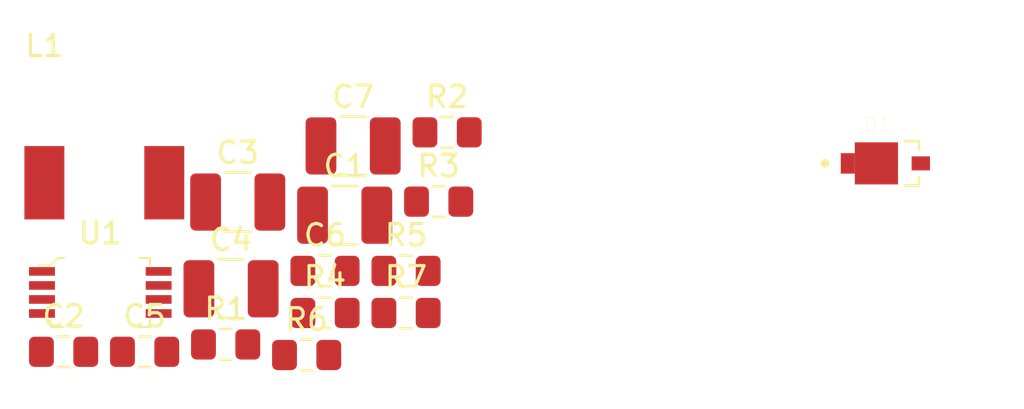
<source format=kicad_pcb>
(kicad_pcb (version 20171130) (host pcbnew "(5.0.2)-1")

  (general
    (thickness 1.6)
    (drawings 0)
    (tracks 0)
    (zones 0)
    (modules 17)
    (nets 11)
  )

  (page A4)
  (layers
    (0 F.Cu signal)
    (31 B.Cu signal)
    (32 B.Adhes user)
    (33 F.Adhes user)
    (34 B.Paste user)
    (35 F.Paste user)
    (36 B.SilkS user)
    (37 F.SilkS user)
    (38 B.Mask user)
    (39 F.Mask user)
    (40 Dwgs.User user)
    (41 Cmts.User user)
    (42 Eco1.User user)
    (43 Eco2.User user)
    (44 Edge.Cuts user)
    (45 Margin user)
    (46 B.CrtYd user)
    (47 F.CrtYd user)
    (48 B.Fab user)
    (49 F.Fab user)
  )

  (setup
    (last_trace_width 0.25)
    (trace_clearance 0.2)
    (zone_clearance 0.508)
    (zone_45_only no)
    (trace_min 0.2)
    (segment_width 0.2)
    (edge_width 0.15)
    (via_size 0.8)
    (via_drill 0.4)
    (via_min_size 0.4)
    (via_min_drill 0.3)
    (uvia_size 0.3)
    (uvia_drill 0.1)
    (uvias_allowed no)
    (uvia_min_size 0.2)
    (uvia_min_drill 0.1)
    (pcb_text_width 0.3)
    (pcb_text_size 1.5 1.5)
    (mod_edge_width 0.15)
    (mod_text_size 1 1)
    (mod_text_width 0.15)
    (pad_size 1.524 1.524)
    (pad_drill 0.762)
    (pad_to_mask_clearance 0.051)
    (solder_mask_min_width 0.25)
    (aux_axis_origin 0 0)
    (visible_elements 7FFFFFFF)
    (pcbplotparams
      (layerselection 0x010fc_ffffffff)
      (usegerberextensions false)
      (usegerberattributes false)
      (usegerberadvancedattributes false)
      (creategerberjobfile false)
      (excludeedgelayer true)
      (linewidth 0.100000)
      (plotframeref false)
      (viasonmask false)
      (mode 1)
      (useauxorigin false)
      (hpglpennumber 1)
      (hpglpenspeed 20)
      (hpglpendiameter 15.000000)
      (psnegative false)
      (psa4output false)
      (plotreference true)
      (plotvalue true)
      (plotinvisibletext false)
      (padsonsilk false)
      (subtractmaskfromsilk false)
      (outputformat 1)
      (mirror false)
      (drillshape 1)
      (scaleselection 1)
      (outputdirectory ""))
  )

  (net 0 "")
  (net 1 "Net-(C1-Pad2)")
  (net 2 GND)
  (net 3 "Net-(C2-Pad1)")
  (net 4 "Net-(C2-Pad2)")
  (net 5 "Net-(C3-Pad1)")
  (net 6 "Net-(C5-Pad1)")
  (net 7 "Net-(C6-Pad1)")
  (net 8 "Net-(L1-Pad2)")
  (net 9 "Net-(R1-Pad1)")
  (net 10 "Net-(R7-Pad1)")

  (net_class Default "This is the default net class."
    (clearance 0.2)
    (trace_width 0.25)
    (via_dia 0.8)
    (via_drill 0.4)
    (uvia_dia 0.3)
    (uvia_drill 0.1)
    (add_net GND)
    (add_net "Net-(C1-Pad2)")
    (add_net "Net-(C2-Pad1)")
    (add_net "Net-(C2-Pad2)")
    (add_net "Net-(C3-Pad1)")
    (add_net "Net-(C5-Pad1)")
    (add_net "Net-(C6-Pad1)")
    (add_net "Net-(L1-Pad2)")
    (add_net "Net-(R1-Pad1)")
    (add_net "Net-(R7-Pad1)")
  )

  (module SS:TSSOP-8_W4.4mm (layer F.Cu) (tedit 5D28AC77) (tstamp 5E59A2C1)
    (at 51.581001 47.511001)
    (descr http://www.st.com/content/ccc/resource/technical/document/datasheet/0d/30/c2/1a/92/03/48/cb/CD00287506.pdf/files/CD00287506.pdf/jcr:content/translations/en.CD00287506.pdf)
    (path /5E32F24F)
    (attr smd)
    (fp_text reference U1 (at 0 -2.75) (layer F.SilkS)
      (effects (font (size 1 1) (thickness 0.15)))
    )
    (fp_text value SPV1040 (at 0 3) (layer F.Fab)
      (effects (font (size 1 1) (thickness 0.15)))
    )
    (fp_line (start -2.2 1.5) (end 2.2 1.5) (layer F.Fab) (width 0.1))
    (fp_line (start 2.2 -1.5) (end 2.2 1.5) (layer F.Fab) (width 0.1))
    (fp_line (start -2.2 -1.2) (end -1.9 -1.5) (layer F.Fab) (width 0.1))
    (fp_line (start -1.9 -1.5) (end 2.2 -1.5) (layer F.Fab) (width 0.1))
    (fp_line (start -2.2 -1.2) (end -2.2 1.5) (layer F.Fab) (width 0.1))
    (fp_text user %R (at 0 0) (layer F.Fab)
      (effects (font (size 1 1) (thickness 0.15)))
    )
    (fp_line (start -2.35 -1.25) (end -2.85 -1.25) (layer F.SilkS) (width 0.1))
    (fp_line (start -1.95 -1.6) (end -2.35 -1.25) (layer F.SilkS) (width 0.1))
    (fp_line (start -1.65 -1.6) (end -1.95 -1.6) (layer F.SilkS) (width 0.1))
    (fp_line (start 2.3 -1.6) (end 1.8 -1.6) (layer F.SilkS) (width 0.1))
    (fp_line (start 2.3 -1.3) (end 2.3 -1.6) (layer F.SilkS) (width 0.1))
    (fp_line (start 2.3 1.6) (end 1.8 1.6) (layer F.SilkS) (width 0.1))
    (fp_line (start 2.3 1.25) (end 2.3 1.6) (layer F.SilkS) (width 0.1))
    (fp_line (start -2.3 1.6) (end -1.7 1.6) (layer F.SilkS) (width 0.1))
    (fp_line (start -2.3 1.3) (end -2.3 1.6) (layer F.SilkS) (width 0.1))
    (fp_line (start 3.55 1.75) (end -3.55 1.75) (layer F.CrtYd) (width 0.05))
    (fp_line (start -3.55 1.75) (end -3.55 -1.75) (layer F.CrtYd) (width 0.05))
    (fp_line (start -3.55 -1.75) (end 3.55 -1.75) (layer F.CrtYd) (width 0.05))
    (fp_line (start 3.55 1.75) (end 3.55 -1.75) (layer F.CrtYd) (width 0.05))
    (pad 8 smd rect (at 2.7 -0.975) (size 1.2 0.4) (layers F.Cu F.Paste F.Mask)
      (net 10 "Net-(R7-Pad1)"))
    (pad 7 smd rect (at 2.7 -0.325) (size 1.2 0.4) (layers F.Cu F.Paste F.Mask)
      (net 3 "Net-(C2-Pad1)"))
    (pad 6 smd rect (at 2.7 0.325) (size 1.2 0.4) (layers F.Cu F.Paste F.Mask)
      (net 4 "Net-(C2-Pad2)"))
    (pad 5 smd rect (at 2.7 0.975) (size 1.2 0.4) (layers F.Cu F.Paste F.Mask)
      (net 7 "Net-(C6-Pad1)"))
    (pad 4 smd rect (at -2.7 0.975) (size 1.2 0.4) (layers F.Cu F.Paste F.Mask)
      (net 1 "Net-(C1-Pad2)"))
    (pad 3 smd rect (at -2.7 0.325) (size 1.2 0.4) (layers F.Cu F.Paste F.Mask)
      (net 8 "Net-(L1-Pad2)"))
    (pad 1 smd rect (at -2.7 -0.975) (size 1.2 0.4) (layers F.Cu F.Paste F.Mask)
      (net 6 "Net-(C5-Pad1)"))
    (pad 2 smd rect (at -2.7 -0.325) (size 1.2 0.4) (layers F.Cu F.Paste F.Mask)
      (net 2 GND))
  )

  (module Capacitor_SMD:C_1210_3225Metric_Pad1.42x2.65mm_HandSolder (layer F.Cu) (tedit 5B301BBE) (tstamp 5E72E197)
    (at 62.891001 43.931001)
    (descr "Capacitor SMD 1210 (3225 Metric), square (rectangular) end terminal, IPC_7351 nominal with elongated pad for handsoldering. (Body size source: http://www.tortai-tech.com/upload/download/2011102023233369053.pdf), generated with kicad-footprint-generator")
    (tags "capacitor handsolder")
    (path /5E32F38A)
    (attr smd)
    (fp_text reference C1 (at 0 -2.28) (layer F.SilkS)
      (effects (font (size 1 1) (thickness 0.15)))
    )
    (fp_text value 100uF (at 0 2.28) (layer F.Fab)
      (effects (font (size 1 1) (thickness 0.15)))
    )
    (fp_text user %R (at 0 0) (layer F.Fab)
      (effects (font (size 0.8 0.8) (thickness 0.12)))
    )
    (fp_line (start 2.45 1.58) (end -2.45 1.58) (layer F.CrtYd) (width 0.05))
    (fp_line (start 2.45 -1.58) (end 2.45 1.58) (layer F.CrtYd) (width 0.05))
    (fp_line (start -2.45 -1.58) (end 2.45 -1.58) (layer F.CrtYd) (width 0.05))
    (fp_line (start -2.45 1.58) (end -2.45 -1.58) (layer F.CrtYd) (width 0.05))
    (fp_line (start -0.602064 1.36) (end 0.602064 1.36) (layer F.SilkS) (width 0.12))
    (fp_line (start -0.602064 -1.36) (end 0.602064 -1.36) (layer F.SilkS) (width 0.12))
    (fp_line (start 1.6 1.25) (end -1.6 1.25) (layer F.Fab) (width 0.1))
    (fp_line (start 1.6 -1.25) (end 1.6 1.25) (layer F.Fab) (width 0.1))
    (fp_line (start -1.6 -1.25) (end 1.6 -1.25) (layer F.Fab) (width 0.1))
    (fp_line (start -1.6 1.25) (end -1.6 -1.25) (layer F.Fab) (width 0.1))
    (pad 2 smd roundrect (at 1.4875 0) (size 1.425 2.65) (layers F.Cu F.Paste F.Mask) (roundrect_rratio 0.175439)
      (net 1 "Net-(C1-Pad2)"))
    (pad 1 smd roundrect (at -1.4875 0) (size 1.425 2.65) (layers F.Cu F.Paste F.Mask) (roundrect_rratio 0.175439)
      (net 2 GND))
    (model ${KISYS3DMOD}/Capacitor_SMD.3dshapes/C_1210_3225Metric.wrl
      (at (xyz 0 0 0))
      (scale (xyz 1 1 1))
      (rotate (xyz 0 0 0))
    )
  )

  (module Capacitor_SMD:C_0805_2012Metric_Pad1.15x1.40mm_HandSolder (layer F.Cu) (tedit 5B36C52B) (tstamp 5E72E1A8)
    (at 49.881001 50.261001)
    (descr "Capacitor SMD 0805 (2012 Metric), square (rectangular) end terminal, IPC_7351 nominal with elongated pad for handsoldering. (Body size source: https://docs.google.com/spreadsheets/d/1BsfQQcO9C6DZCsRaXUlFlo91Tg2WpOkGARC1WS5S8t0/edit?usp=sharing), generated with kicad-footprint-generator")
    (tags "capacitor handsolder")
    (path /5E32F7F2)
    (attr smd)
    (fp_text reference C2 (at 0 -1.65) (layer F.SilkS)
      (effects (font (size 1 1) (thickness 0.15)))
    )
    (fp_text value 1uF (at 0 1.65) (layer F.Fab)
      (effects (font (size 1 1) (thickness 0.15)))
    )
    (fp_text user %R (at 0 0) (layer F.Fab)
      (effects (font (size 0.5 0.5) (thickness 0.08)))
    )
    (fp_line (start 1.85 0.95) (end -1.85 0.95) (layer F.CrtYd) (width 0.05))
    (fp_line (start 1.85 -0.95) (end 1.85 0.95) (layer F.CrtYd) (width 0.05))
    (fp_line (start -1.85 -0.95) (end 1.85 -0.95) (layer F.CrtYd) (width 0.05))
    (fp_line (start -1.85 0.95) (end -1.85 -0.95) (layer F.CrtYd) (width 0.05))
    (fp_line (start -0.261252 0.71) (end 0.261252 0.71) (layer F.SilkS) (width 0.12))
    (fp_line (start -0.261252 -0.71) (end 0.261252 -0.71) (layer F.SilkS) (width 0.12))
    (fp_line (start 1 0.6) (end -1 0.6) (layer F.Fab) (width 0.1))
    (fp_line (start 1 -0.6) (end 1 0.6) (layer F.Fab) (width 0.1))
    (fp_line (start -1 -0.6) (end 1 -0.6) (layer F.Fab) (width 0.1))
    (fp_line (start -1 0.6) (end -1 -0.6) (layer F.Fab) (width 0.1))
    (pad 2 smd roundrect (at 1.025 0) (size 1.15 1.4) (layers F.Cu F.Paste F.Mask) (roundrect_rratio 0.217391)
      (net 4 "Net-(C2-Pad2)"))
    (pad 1 smd roundrect (at -1.025 0) (size 1.15 1.4) (layers F.Cu F.Paste F.Mask) (roundrect_rratio 0.217391)
      (net 3 "Net-(C2-Pad1)"))
    (model ${KISYS3DMOD}/Capacitor_SMD.3dshapes/C_0805_2012Metric.wrl
      (at (xyz 0 0 0))
      (scale (xyz 1 1 1))
      (rotate (xyz 0 0 0))
    )
  )

  (module Capacitor_SMD:C_1210_3225Metric_Pad1.42x2.65mm_HandSolder (layer F.Cu) (tedit 5B301BBE) (tstamp 5E72E1B9)
    (at 57.941001 43.321001)
    (descr "Capacitor SMD 1210 (3225 Metric), square (rectangular) end terminal, IPC_7351 nominal with elongated pad for handsoldering. (Body size source: http://www.tortai-tech.com/upload/download/2011102023233369053.pdf), generated with kicad-footprint-generator")
    (tags "capacitor handsolder")
    (path /5E418D1B)
    (attr smd)
    (fp_text reference C3 (at 0 -2.28) (layer F.SilkS)
      (effects (font (size 1 1) (thickness 0.15)))
    )
    (fp_text value 100uF (at 0 2.28) (layer F.Fab)
      (effects (font (size 1 1) (thickness 0.15)))
    )
    (fp_text user %R (at 0 0) (layer F.Fab)
      (effects (font (size 0.8 0.8) (thickness 0.12)))
    )
    (fp_line (start 2.45 1.58) (end -2.45 1.58) (layer F.CrtYd) (width 0.05))
    (fp_line (start 2.45 -1.58) (end 2.45 1.58) (layer F.CrtYd) (width 0.05))
    (fp_line (start -2.45 -1.58) (end 2.45 -1.58) (layer F.CrtYd) (width 0.05))
    (fp_line (start -2.45 1.58) (end -2.45 -1.58) (layer F.CrtYd) (width 0.05))
    (fp_line (start -0.602064 1.36) (end 0.602064 1.36) (layer F.SilkS) (width 0.12))
    (fp_line (start -0.602064 -1.36) (end 0.602064 -1.36) (layer F.SilkS) (width 0.12))
    (fp_line (start 1.6 1.25) (end -1.6 1.25) (layer F.Fab) (width 0.1))
    (fp_line (start 1.6 -1.25) (end 1.6 1.25) (layer F.Fab) (width 0.1))
    (fp_line (start -1.6 -1.25) (end 1.6 -1.25) (layer F.Fab) (width 0.1))
    (fp_line (start -1.6 1.25) (end -1.6 -1.25) (layer F.Fab) (width 0.1))
    (pad 2 smd roundrect (at 1.4875 0) (size 1.425 2.65) (layers F.Cu F.Paste F.Mask) (roundrect_rratio 0.175439)
      (net 2 GND))
    (pad 1 smd roundrect (at -1.4875 0) (size 1.425 2.65) (layers F.Cu F.Paste F.Mask) (roundrect_rratio 0.175439)
      (net 5 "Net-(C3-Pad1)"))
    (model ${KISYS3DMOD}/Capacitor_SMD.3dshapes/C_1210_3225Metric.wrl
      (at (xyz 0 0 0))
      (scale (xyz 1 1 1))
      (rotate (xyz 0 0 0))
    )
  )

  (module Capacitor_SMD:C_1210_3225Metric_Pad1.42x2.65mm_HandSolder (layer F.Cu) (tedit 5B301BBE) (tstamp 5E72E1CA)
    (at 57.631001 47.341001)
    (descr "Capacitor SMD 1210 (3225 Metric), square (rectangular) end terminal, IPC_7351 nominal with elongated pad for handsoldering. (Body size source: http://www.tortai-tech.com/upload/download/2011102023233369053.pdf), generated with kicad-footprint-generator")
    (tags "capacitor handsolder")
    (path /5E32F641)
    (attr smd)
    (fp_text reference C4 (at 0 -2.28) (layer F.SilkS)
      (effects (font (size 1 1) (thickness 0.15)))
    )
    (fp_text value 100uF (at 0 2.28) (layer F.Fab)
      (effects (font (size 1 1) (thickness 0.15)))
    )
    (fp_text user %R (at 0 0) (layer F.Fab)
      (effects (font (size 0.8 0.8) (thickness 0.12)))
    )
    (fp_line (start 2.45 1.58) (end -2.45 1.58) (layer F.CrtYd) (width 0.05))
    (fp_line (start 2.45 -1.58) (end 2.45 1.58) (layer F.CrtYd) (width 0.05))
    (fp_line (start -2.45 -1.58) (end 2.45 -1.58) (layer F.CrtYd) (width 0.05))
    (fp_line (start -2.45 1.58) (end -2.45 -1.58) (layer F.CrtYd) (width 0.05))
    (fp_line (start -0.602064 1.36) (end 0.602064 1.36) (layer F.SilkS) (width 0.12))
    (fp_line (start -0.602064 -1.36) (end 0.602064 -1.36) (layer F.SilkS) (width 0.12))
    (fp_line (start 1.6 1.25) (end -1.6 1.25) (layer F.Fab) (width 0.1))
    (fp_line (start 1.6 -1.25) (end 1.6 1.25) (layer F.Fab) (width 0.1))
    (fp_line (start -1.6 -1.25) (end 1.6 -1.25) (layer F.Fab) (width 0.1))
    (fp_line (start -1.6 1.25) (end -1.6 -1.25) (layer F.Fab) (width 0.1))
    (pad 2 smd roundrect (at 1.4875 0) (size 1.425 2.65) (layers F.Cu F.Paste F.Mask) (roundrect_rratio 0.175439)
      (net 2 GND))
    (pad 1 smd roundrect (at -1.4875 0) (size 1.425 2.65) (layers F.Cu F.Paste F.Mask) (roundrect_rratio 0.175439)
      (net 5 "Net-(C3-Pad1)"))
    (model ${KISYS3DMOD}/Capacitor_SMD.3dshapes/C_1210_3225Metric.wrl
      (at (xyz 0 0 0))
      (scale (xyz 1 1 1))
      (rotate (xyz 0 0 0))
    )
  )

  (module Capacitor_SMD:C_0805_2012Metric_Pad1.15x1.40mm_HandSolder (layer F.Cu) (tedit 5B36C52B) (tstamp 5E72E1DB)
    (at 53.631001 50.261001)
    (descr "Capacitor SMD 0805 (2012 Metric), square (rectangular) end terminal, IPC_7351 nominal with elongated pad for handsoldering. (Body size source: https://docs.google.com/spreadsheets/d/1BsfQQcO9C6DZCsRaXUlFlo91Tg2WpOkGARC1WS5S8t0/edit?usp=sharing), generated with kicad-footprint-generator")
    (tags "capacitor handsolder")
    (path /5E32F782)
    (attr smd)
    (fp_text reference C5 (at 0 -1.65) (layer F.SilkS)
      (effects (font (size 1 1) (thickness 0.15)))
    )
    (fp_text value 1uF (at 0 1.65) (layer F.Fab)
      (effects (font (size 1 1) (thickness 0.15)))
    )
    (fp_text user %R (at 0 0) (layer F.Fab)
      (effects (font (size 0.5 0.5) (thickness 0.08)))
    )
    (fp_line (start 1.85 0.95) (end -1.85 0.95) (layer F.CrtYd) (width 0.05))
    (fp_line (start 1.85 -0.95) (end 1.85 0.95) (layer F.CrtYd) (width 0.05))
    (fp_line (start -1.85 -0.95) (end 1.85 -0.95) (layer F.CrtYd) (width 0.05))
    (fp_line (start -1.85 0.95) (end -1.85 -0.95) (layer F.CrtYd) (width 0.05))
    (fp_line (start -0.261252 0.71) (end 0.261252 0.71) (layer F.SilkS) (width 0.12))
    (fp_line (start -0.261252 -0.71) (end 0.261252 -0.71) (layer F.SilkS) (width 0.12))
    (fp_line (start 1 0.6) (end -1 0.6) (layer F.Fab) (width 0.1))
    (fp_line (start 1 -0.6) (end 1 0.6) (layer F.Fab) (width 0.1))
    (fp_line (start -1 -0.6) (end 1 -0.6) (layer F.Fab) (width 0.1))
    (fp_line (start -1 0.6) (end -1 -0.6) (layer F.Fab) (width 0.1))
    (pad 2 smd roundrect (at 1.025 0) (size 1.15 1.4) (layers F.Cu F.Paste F.Mask) (roundrect_rratio 0.217391)
      (net 2 GND))
    (pad 1 smd roundrect (at -1.025 0) (size 1.15 1.4) (layers F.Cu F.Paste F.Mask) (roundrect_rratio 0.217391)
      (net 6 "Net-(C5-Pad1)"))
    (model ${KISYS3DMOD}/Capacitor_SMD.3dshapes/C_0805_2012Metric.wrl
      (at (xyz 0 0 0))
      (scale (xyz 1 1 1))
      (rotate (xyz 0 0 0))
    )
  )

  (module Capacitor_SMD:C_0805_2012Metric_Pad1.15x1.40mm_HandSolder (layer F.Cu) (tedit 5B36C52B) (tstamp 5E72E1EC)
    (at 61.981001 46.511001)
    (descr "Capacitor SMD 0805 (2012 Metric), square (rectangular) end terminal, IPC_7351 nominal with elongated pad for handsoldering. (Body size source: https://docs.google.com/spreadsheets/d/1BsfQQcO9C6DZCsRaXUlFlo91Tg2WpOkGARC1WS5S8t0/edit?usp=sharing), generated with kicad-footprint-generator")
    (tags "capacitor handsolder")
    (path /5E32F7C6)
    (attr smd)
    (fp_text reference C6 (at 0 -1.65) (layer F.SilkS)
      (effects (font (size 1 1) (thickness 0.15)))
    )
    (fp_text value 22nF (at 0 1.65) (layer F.Fab)
      (effects (font (size 1 1) (thickness 0.15)))
    )
    (fp_text user %R (at 0 0) (layer F.Fab)
      (effects (font (size 0.5 0.5) (thickness 0.08)))
    )
    (fp_line (start 1.85 0.95) (end -1.85 0.95) (layer F.CrtYd) (width 0.05))
    (fp_line (start 1.85 -0.95) (end 1.85 0.95) (layer F.CrtYd) (width 0.05))
    (fp_line (start -1.85 -0.95) (end 1.85 -0.95) (layer F.CrtYd) (width 0.05))
    (fp_line (start -1.85 0.95) (end -1.85 -0.95) (layer F.CrtYd) (width 0.05))
    (fp_line (start -0.261252 0.71) (end 0.261252 0.71) (layer F.SilkS) (width 0.12))
    (fp_line (start -0.261252 -0.71) (end 0.261252 -0.71) (layer F.SilkS) (width 0.12))
    (fp_line (start 1 0.6) (end -1 0.6) (layer F.Fab) (width 0.1))
    (fp_line (start 1 -0.6) (end 1 0.6) (layer F.Fab) (width 0.1))
    (fp_line (start -1 -0.6) (end 1 -0.6) (layer F.Fab) (width 0.1))
    (fp_line (start -1 0.6) (end -1 -0.6) (layer F.Fab) (width 0.1))
    (pad 2 smd roundrect (at 1.025 0) (size 1.15 1.4) (layers F.Cu F.Paste F.Mask) (roundrect_rratio 0.217391)
      (net 2 GND))
    (pad 1 smd roundrect (at -1.025 0) (size 1.15 1.4) (layers F.Cu F.Paste F.Mask) (roundrect_rratio 0.217391)
      (net 7 "Net-(C6-Pad1)"))
    (model ${KISYS3DMOD}/Capacitor_SMD.3dshapes/C_0805_2012Metric.wrl
      (at (xyz 0 0 0))
      (scale (xyz 1 1 1))
      (rotate (xyz 0 0 0))
    )
  )

  (module Capacitor_SMD:C_1210_3225Metric_Pad1.42x2.65mm_HandSolder (layer F.Cu) (tedit 5B301BBE) (tstamp 5E72E1FD)
    (at 63.281001 40.721001)
    (descr "Capacitor SMD 1210 (3225 Metric), square (rectangular) end terminal, IPC_7351 nominal with elongated pad for handsoldering. (Body size source: http://www.tortai-tech.com/upload/download/2011102023233369053.pdf), generated with kicad-footprint-generator")
    (tags "capacitor handsolder")
    (path /5E4A86E4)
    (attr smd)
    (fp_text reference C7 (at 0 -2.28) (layer F.SilkS)
      (effects (font (size 1 1) (thickness 0.15)))
    )
    (fp_text value 100uF (at 0 2.28) (layer F.Fab)
      (effects (font (size 1 1) (thickness 0.15)))
    )
    (fp_text user %R (at 0 0) (layer F.Fab)
      (effects (font (size 0.8 0.8) (thickness 0.12)))
    )
    (fp_line (start 2.45 1.58) (end -2.45 1.58) (layer F.CrtYd) (width 0.05))
    (fp_line (start 2.45 -1.58) (end 2.45 1.58) (layer F.CrtYd) (width 0.05))
    (fp_line (start -2.45 -1.58) (end 2.45 -1.58) (layer F.CrtYd) (width 0.05))
    (fp_line (start -2.45 1.58) (end -2.45 -1.58) (layer F.CrtYd) (width 0.05))
    (fp_line (start -0.602064 1.36) (end 0.602064 1.36) (layer F.SilkS) (width 0.12))
    (fp_line (start -0.602064 -1.36) (end 0.602064 -1.36) (layer F.SilkS) (width 0.12))
    (fp_line (start 1.6 1.25) (end -1.6 1.25) (layer F.Fab) (width 0.1))
    (fp_line (start 1.6 -1.25) (end 1.6 1.25) (layer F.Fab) (width 0.1))
    (fp_line (start -1.6 -1.25) (end 1.6 -1.25) (layer F.Fab) (width 0.1))
    (fp_line (start -1.6 1.25) (end -1.6 -1.25) (layer F.Fab) (width 0.1))
    (pad 2 smd roundrect (at 1.4875 0) (size 1.425 2.65) (layers F.Cu F.Paste F.Mask) (roundrect_rratio 0.175439)
      (net 1 "Net-(C1-Pad2)"))
    (pad 1 smd roundrect (at -1.4875 0) (size 1.425 2.65) (layers F.Cu F.Paste F.Mask) (roundrect_rratio 0.175439)
      (net 2 GND))
    (model ${KISYS3DMOD}/Capacitor_SMD.3dshapes/C_1210_3225Metric.wrl
      (at (xyz 0 0 0))
      (scale (xyz 1 1 1))
      (rotate (xyz 0 0 0))
    )
  )

  (module SS:DIO_SMM4F5.0A-TR (layer F.Cu) (tedit 5E4CC60D) (tstamp 5E72E212)
    (at 87.918 41.529)
    (path /5E379368)
    (fp_text reference D1 (at -0.368 -1.8064) (layer F.SilkS)
      (effects (font (size 0.64 0.64) (thickness 0.015)))
    )
    (fp_text value SMM4F5.0 (at 4.1024 1.6936) (layer F.Fab)
      (effects (font (size 0.64 0.64) (thickness 0.015)))
    )
    (fp_line (start 1.55 -1.025) (end 1.55 1.025) (layer F.Fab) (width 0.127))
    (fp_line (start 1.55 1.025) (end -1.55 1.025) (layer F.Fab) (width 0.127))
    (fp_line (start -1.55 1.025) (end -1.55 -1.025) (layer F.Fab) (width 0.127))
    (fp_line (start -1.55 -1.025) (end 1.55 -1.025) (layer F.Fab) (width 0.127))
    (fp_line (start 1.55 0.64) (end 1.55 1.025) (layer F.SilkS) (width 0.127))
    (fp_line (start 1.55 1.025) (end 0.91 1.025) (layer F.SilkS) (width 0.127))
    (fp_line (start 1.55 -1.025) (end 1.55 -0.64) (layer F.SilkS) (width 0.127))
    (fp_line (start 1.55 -1.025) (end 0.91 -1.025) (layer F.SilkS) (width 0.127))
    (fp_line (start -2.315 1.275) (end -2.315 -1.275) (layer F.CrtYd) (width 0.05))
    (fp_line (start -2.315 -1.275) (end 2.315 -1.275) (layer F.CrtYd) (width 0.05))
    (fp_line (start 2.315 -1.275) (end 2.315 1.275) (layer F.CrtYd) (width 0.05))
    (fp_line (start 2.315 1.275) (end -2.315 1.275) (layer F.CrtYd) (width 0.05))
    (fp_circle (center -2.8 0) (end -2.7 0) (layer F.SilkS) (width 0.2))
    (fp_circle (center -2.8 0) (end -2.7 0) (layer F.Fab) (width 0.2))
    (pad 2 smd rect (at 1.64 0) (size 0.85 0.65) (layers F.Cu F.Paste F.Mask)
      (net 2 GND))
    (pad 1 smd rect (at -1.74 0) (size 0.65 0.95) (layers F.Cu F.Paste F.Mask)
      (net 1 "Net-(C1-Pad2)"))
    (pad 1 smd rect (at -0.415 0) (size 2 1.95) (layers F.Cu F.Paste F.Mask)
      (net 1 "Net-(C1-Pad2)"))
  )

  (module SS:L_Bourns_6540 (layer F.Cu) (tedit 5E421CA6) (tstamp 5E72E21C)
    (at 48.991001 42.426001)
    (path /5E32F415)
    (fp_text reference L1 (at 0 -6.35) (layer F.SilkS)
      (effects (font (size 1 1) (thickness 0.15)))
    )
    (fp_text value 10uH (at 0 -7.62) (layer F.Fab)
      (effects (font (size 1 1) (thickness 0.15)))
    )
    (fp_line (start -0.925 -3.25) (end -0.925 3.25) (layer F.CrtYd) (width 0.12))
    (fp_line (start -0.925 3.25) (end 6.275 3.25) (layer F.CrtYd) (width 0.12))
    (fp_line (start 6.275 3.25) (end 6.275 -3.25) (layer F.CrtYd) (width 0.12))
    (fp_line (start 6.275 -3.25) (end -0.925 -3.25) (layer F.CrtYd) (width 0.12))
    (pad 1 smd rect (at 0 0) (size 1.85 3.4) (layers F.Cu F.Paste F.Mask)
      (net 5 "Net-(C3-Pad1)"))
    (pad 2 smd rect (at 5.55 0) (size 1.85 3.4) (layers F.Cu F.Paste F.Mask)
      (net 8 "Net-(L1-Pad2)"))
  )

  (module Resistor_SMD:R_0805_2012Metric_Pad1.15x1.40mm_HandSolder (layer F.Cu) (tedit 5B36C52B) (tstamp 5E72E22D)
    (at 57.381001 49.921001)
    (descr "Resistor SMD 0805 (2012 Metric), square (rectangular) end terminal, IPC_7351 nominal with elongated pad for handsoldering. (Body size source: https://docs.google.com/spreadsheets/d/1BsfQQcO9C6DZCsRaXUlFlo91Tg2WpOkGARC1WS5S8t0/edit?usp=sharing), generated with kicad-footprint-generator")
    (tags "resistor handsolder")
    (path /5E32FD64)
    (attr smd)
    (fp_text reference R1 (at 0 -1.65) (layer F.SilkS)
      (effects (font (size 1 1) (thickness 0.15)))
    )
    (fp_text value R_US (at 0 1.65) (layer F.Fab)
      (effects (font (size 1 1) (thickness 0.15)))
    )
    (fp_text user %R (at 0 0) (layer F.Fab)
      (effects (font (size 0.5 0.5) (thickness 0.08)))
    )
    (fp_line (start 1.85 0.95) (end -1.85 0.95) (layer F.CrtYd) (width 0.05))
    (fp_line (start 1.85 -0.95) (end 1.85 0.95) (layer F.CrtYd) (width 0.05))
    (fp_line (start -1.85 -0.95) (end 1.85 -0.95) (layer F.CrtYd) (width 0.05))
    (fp_line (start -1.85 0.95) (end -1.85 -0.95) (layer F.CrtYd) (width 0.05))
    (fp_line (start -0.261252 0.71) (end 0.261252 0.71) (layer F.SilkS) (width 0.12))
    (fp_line (start -0.261252 -0.71) (end 0.261252 -0.71) (layer F.SilkS) (width 0.12))
    (fp_line (start 1 0.6) (end -1 0.6) (layer F.Fab) (width 0.1))
    (fp_line (start 1 -0.6) (end 1 0.6) (layer F.Fab) (width 0.1))
    (fp_line (start -1 -0.6) (end 1 -0.6) (layer F.Fab) (width 0.1))
    (fp_line (start -1 0.6) (end -1 -0.6) (layer F.Fab) (width 0.1))
    (pad 2 smd roundrect (at 1.025 0) (size 1.15 1.4) (layers F.Cu F.Paste F.Mask) (roundrect_rratio 0.217391)
      (net 1 "Net-(C1-Pad2)"))
    (pad 1 smd roundrect (at -1.025 0) (size 1.15 1.4) (layers F.Cu F.Paste F.Mask) (roundrect_rratio 0.217391)
      (net 9 "Net-(R1-Pad1)"))
    (model ${KISYS3DMOD}/Resistor_SMD.3dshapes/R_0805_2012Metric.wrl
      (at (xyz 0 0 0))
      (scale (xyz 1 1 1))
      (rotate (xyz 0 0 0))
    )
  )

  (module Resistor_SMD:R_0805_2012Metric_Pad1.15x1.40mm_HandSolder (layer F.Cu) (tedit 5B36C52B) (tstamp 5E72E23E)
    (at 67.631001 40.091001)
    (descr "Resistor SMD 0805 (2012 Metric), square (rectangular) end terminal, IPC_7351 nominal with elongated pad for handsoldering. (Body size source: https://docs.google.com/spreadsheets/d/1BsfQQcO9C6DZCsRaXUlFlo91Tg2WpOkGARC1WS5S8t0/edit?usp=sharing), generated with kicad-footprint-generator")
    (tags "resistor handsolder")
    (path /5E32F319)
    (attr smd)
    (fp_text reference R2 (at 0 -1.65) (layer F.SilkS)
      (effects (font (size 1 1) (thickness 0.15)))
    )
    (fp_text value 1k (at 0 1.65) (layer F.Fab)
      (effects (font (size 1 1) (thickness 0.15)))
    )
    (fp_text user %R (at 0 0) (layer F.Fab)
      (effects (font (size 0.5 0.5) (thickness 0.08)))
    )
    (fp_line (start 1.85 0.95) (end -1.85 0.95) (layer F.CrtYd) (width 0.05))
    (fp_line (start 1.85 -0.95) (end 1.85 0.95) (layer F.CrtYd) (width 0.05))
    (fp_line (start -1.85 -0.95) (end 1.85 -0.95) (layer F.CrtYd) (width 0.05))
    (fp_line (start -1.85 0.95) (end -1.85 -0.95) (layer F.CrtYd) (width 0.05))
    (fp_line (start -0.261252 0.71) (end 0.261252 0.71) (layer F.SilkS) (width 0.12))
    (fp_line (start -0.261252 -0.71) (end 0.261252 -0.71) (layer F.SilkS) (width 0.12))
    (fp_line (start 1 0.6) (end -1 0.6) (layer F.Fab) (width 0.1))
    (fp_line (start 1 -0.6) (end 1 0.6) (layer F.Fab) (width 0.1))
    (fp_line (start -1 -0.6) (end 1 -0.6) (layer F.Fab) (width 0.1))
    (fp_line (start -1 0.6) (end -1 -0.6) (layer F.Fab) (width 0.1))
    (pad 2 smd roundrect (at 1.025 0) (size 1.15 1.4) (layers F.Cu F.Paste F.Mask) (roundrect_rratio 0.217391)
      (net 6 "Net-(C5-Pad1)"))
    (pad 1 smd roundrect (at -1.025 0) (size 1.15 1.4) (layers F.Cu F.Paste F.Mask) (roundrect_rratio 0.217391)
      (net 5 "Net-(C3-Pad1)"))
    (model ${KISYS3DMOD}/Resistor_SMD.3dshapes/R_0805_2012Metric.wrl
      (at (xyz 0 0 0))
      (scale (xyz 1 1 1))
      (rotate (xyz 0 0 0))
    )
  )

  (module Resistor_SMD:R_0805_2012Metric_Pad1.15x1.40mm_HandSolder (layer F.Cu) (tedit 5B36C52B) (tstamp 5E72E24F)
    (at 67.241001 43.301001)
    (descr "Resistor SMD 0805 (2012 Metric), square (rectangular) end terminal, IPC_7351 nominal with elongated pad for handsoldering. (Body size source: https://docs.google.com/spreadsheets/d/1BsfQQcO9C6DZCsRaXUlFlo91Tg2WpOkGARC1WS5S8t0/edit?usp=sharing), generated with kicad-footprint-generator")
    (tags "resistor handsolder")
    (path /5E32FCFC)
    (attr smd)
    (fp_text reference R3 (at 0 -1.65) (layer F.SilkS)
      (effects (font (size 1 1) (thickness 0.15)))
    )
    (fp_text value 1k (at 0 1.65) (layer F.Fab)
      (effects (font (size 1 1) (thickness 0.15)))
    )
    (fp_text user %R (at 0 0) (layer F.Fab)
      (effects (font (size 0.5 0.5) (thickness 0.08)))
    )
    (fp_line (start 1.85 0.95) (end -1.85 0.95) (layer F.CrtYd) (width 0.05))
    (fp_line (start 1.85 -0.95) (end 1.85 0.95) (layer F.CrtYd) (width 0.05))
    (fp_line (start -1.85 -0.95) (end 1.85 -0.95) (layer F.CrtYd) (width 0.05))
    (fp_line (start -1.85 0.95) (end -1.85 -0.95) (layer F.CrtYd) (width 0.05))
    (fp_line (start -0.261252 0.71) (end 0.261252 0.71) (layer F.SilkS) (width 0.12))
    (fp_line (start -0.261252 -0.71) (end 0.261252 -0.71) (layer F.SilkS) (width 0.12))
    (fp_line (start 1 0.6) (end -1 0.6) (layer F.Fab) (width 0.1))
    (fp_line (start 1 -0.6) (end 1 0.6) (layer F.Fab) (width 0.1))
    (fp_line (start -1 -0.6) (end 1 -0.6) (layer F.Fab) (width 0.1))
    (fp_line (start -1 0.6) (end -1 -0.6) (layer F.Fab) (width 0.1))
    (pad 2 smd roundrect (at 1.025 0) (size 1.15 1.4) (layers F.Cu F.Paste F.Mask) (roundrect_rratio 0.217391)
      (net 3 "Net-(C2-Pad1)"))
    (pad 1 smd roundrect (at -1.025 0) (size 1.15 1.4) (layers F.Cu F.Paste F.Mask) (roundrect_rratio 0.217391)
      (net 1 "Net-(C1-Pad2)"))
    (model ${KISYS3DMOD}/Resistor_SMD.3dshapes/R_0805_2012Metric.wrl
      (at (xyz 0 0 0))
      (scale (xyz 1 1 1))
      (rotate (xyz 0 0 0))
    )
  )

  (module Resistor_SMD:R_0805_2012Metric_Pad1.15x1.40mm_HandSolder (layer F.Cu) (tedit 5B36C52B) (tstamp 5E72E260)
    (at 61.981001 48.461001)
    (descr "Resistor SMD 0805 (2012 Metric), square (rectangular) end terminal, IPC_7351 nominal with elongated pad for handsoldering. (Body size source: https://docs.google.com/spreadsheets/d/1BsfQQcO9C6DZCsRaXUlFlo91Tg2WpOkGARC1WS5S8t0/edit?usp=sharing), generated with kicad-footprint-generator")
    (tags "resistor handsolder")
    (path /5E330396)
    (attr smd)
    (fp_text reference R4 (at 0 -1.65) (layer F.SilkS)
      (effects (font (size 1 1) (thickness 0.15)))
    )
    (fp_text value 4.3k (at 0 1.65) (layer F.Fab)
      (effects (font (size 1 1) (thickness 0.15)))
    )
    (fp_text user %R (at 0 0) (layer F.Fab)
      (effects (font (size 0.5 0.5) (thickness 0.08)))
    )
    (fp_line (start 1.85 0.95) (end -1.85 0.95) (layer F.CrtYd) (width 0.05))
    (fp_line (start 1.85 -0.95) (end 1.85 0.95) (layer F.CrtYd) (width 0.05))
    (fp_line (start -1.85 -0.95) (end 1.85 -0.95) (layer F.CrtYd) (width 0.05))
    (fp_line (start -1.85 0.95) (end -1.85 -0.95) (layer F.CrtYd) (width 0.05))
    (fp_line (start -0.261252 0.71) (end 0.261252 0.71) (layer F.SilkS) (width 0.12))
    (fp_line (start -0.261252 -0.71) (end 0.261252 -0.71) (layer F.SilkS) (width 0.12))
    (fp_line (start 1 0.6) (end -1 0.6) (layer F.Fab) (width 0.1))
    (fp_line (start 1 -0.6) (end 1 0.6) (layer F.Fab) (width 0.1))
    (fp_line (start -1 -0.6) (end 1 -0.6) (layer F.Fab) (width 0.1))
    (fp_line (start -1 0.6) (end -1 -0.6) (layer F.Fab) (width 0.1))
    (pad 2 smd roundrect (at 1.025 0) (size 1.15 1.4) (layers F.Cu F.Paste F.Mask) (roundrect_rratio 0.217391)
      (net 7 "Net-(C6-Pad1)"))
    (pad 1 smd roundrect (at -1.025 0) (size 1.15 1.4) (layers F.Cu F.Paste F.Mask) (roundrect_rratio 0.217391)
      (net 9 "Net-(R1-Pad1)"))
    (model ${KISYS3DMOD}/Resistor_SMD.3dshapes/R_0805_2012Metric.wrl
      (at (xyz 0 0 0))
      (scale (xyz 1 1 1))
      (rotate (xyz 0 0 0))
    )
  )

  (module Resistor_SMD:R_0805_2012Metric_Pad1.15x1.40mm_HandSolder (layer F.Cu) (tedit 5B36C52B) (tstamp 5E72E271)
    (at 65.731001 46.511001)
    (descr "Resistor SMD 0805 (2012 Metric), square (rectangular) end terminal, IPC_7351 nominal with elongated pad for handsoldering. (Body size source: https://docs.google.com/spreadsheets/d/1BsfQQcO9C6DZCsRaXUlFlo91Tg2WpOkGARC1WS5S8t0/edit?usp=sharing), generated with kicad-footprint-generator")
    (tags "resistor handsolder")
    (path /5E32FD36)
    (attr smd)
    (fp_text reference R5 (at 0 -1.65) (layer F.SilkS)
      (effects (font (size 1 1) (thickness 0.15)))
    )
    (fp_text value 1k (at 0 1.65) (layer F.Fab)
      (effects (font (size 1 1) (thickness 0.15)))
    )
    (fp_text user %R (at 0 0) (layer F.Fab)
      (effects (font (size 0.5 0.5) (thickness 0.08)))
    )
    (fp_line (start 1.85 0.95) (end -1.85 0.95) (layer F.CrtYd) (width 0.05))
    (fp_line (start 1.85 -0.95) (end 1.85 0.95) (layer F.CrtYd) (width 0.05))
    (fp_line (start -1.85 -0.95) (end 1.85 -0.95) (layer F.CrtYd) (width 0.05))
    (fp_line (start -1.85 0.95) (end -1.85 -0.95) (layer F.CrtYd) (width 0.05))
    (fp_line (start -0.261252 0.71) (end 0.261252 0.71) (layer F.SilkS) (width 0.12))
    (fp_line (start -0.261252 -0.71) (end 0.261252 -0.71) (layer F.SilkS) (width 0.12))
    (fp_line (start 1 0.6) (end -1 0.6) (layer F.Fab) (width 0.1))
    (fp_line (start 1 -0.6) (end 1 0.6) (layer F.Fab) (width 0.1))
    (fp_line (start -1 -0.6) (end 1 -0.6) (layer F.Fab) (width 0.1))
    (fp_line (start -1 0.6) (end -1 -0.6) (layer F.Fab) (width 0.1))
    (pad 2 smd roundrect (at 1.025 0) (size 1.15 1.4) (layers F.Cu F.Paste F.Mask) (roundrect_rratio 0.217391)
      (net 4 "Net-(C2-Pad2)"))
    (pad 1 smd roundrect (at -1.025 0) (size 1.15 1.4) (layers F.Cu F.Paste F.Mask) (roundrect_rratio 0.217391)
      (net 9 "Net-(R1-Pad1)"))
    (model ${KISYS3DMOD}/Resistor_SMD.3dshapes/R_0805_2012Metric.wrl
      (at (xyz 0 0 0))
      (scale (xyz 1 1 1))
      (rotate (xyz 0 0 0))
    )
  )

  (module Resistor_SMD:R_0805_2012Metric_Pad1.15x1.40mm_HandSolder (layer F.Cu) (tedit 5B36C52B) (tstamp 5E72E282)
    (at 61.131001 50.411001)
    (descr "Resistor SMD 0805 (2012 Metric), square (rectangular) end terminal, IPC_7351 nominal with elongated pad for handsoldering. (Body size source: https://docs.google.com/spreadsheets/d/1BsfQQcO9C6DZCsRaXUlFlo91Tg2WpOkGARC1WS5S8t0/edit?usp=sharing), generated with kicad-footprint-generator")
    (tags "resistor handsolder")
    (path /5E3303CC)
    (attr smd)
    (fp_text reference R6 (at 0 -1.65) (layer F.SilkS)
      (effects (font (size 1 1) (thickness 0.15)))
    )
    (fp_text value 9.1k (at 0 1.65) (layer F.Fab)
      (effects (font (size 1 1) (thickness 0.15)))
    )
    (fp_text user %R (at 0 0) (layer F.Fab)
      (effects (font (size 0.5 0.5) (thickness 0.08)))
    )
    (fp_line (start 1.85 0.95) (end -1.85 0.95) (layer F.CrtYd) (width 0.05))
    (fp_line (start 1.85 -0.95) (end 1.85 0.95) (layer F.CrtYd) (width 0.05))
    (fp_line (start -1.85 -0.95) (end 1.85 -0.95) (layer F.CrtYd) (width 0.05))
    (fp_line (start -1.85 0.95) (end -1.85 -0.95) (layer F.CrtYd) (width 0.05))
    (fp_line (start -0.261252 0.71) (end 0.261252 0.71) (layer F.SilkS) (width 0.12))
    (fp_line (start -0.261252 -0.71) (end 0.261252 -0.71) (layer F.SilkS) (width 0.12))
    (fp_line (start 1 0.6) (end -1 0.6) (layer F.Fab) (width 0.1))
    (fp_line (start 1 -0.6) (end 1 0.6) (layer F.Fab) (width 0.1))
    (fp_line (start -1 -0.6) (end 1 -0.6) (layer F.Fab) (width 0.1))
    (fp_line (start -1 0.6) (end -1 -0.6) (layer F.Fab) (width 0.1))
    (pad 2 smd roundrect (at 1.025 0) (size 1.15 1.4) (layers F.Cu F.Paste F.Mask) (roundrect_rratio 0.217391)
      (net 2 GND))
    (pad 1 smd roundrect (at -1.025 0) (size 1.15 1.4) (layers F.Cu F.Paste F.Mask) (roundrect_rratio 0.217391)
      (net 7 "Net-(C6-Pad1)"))
    (model ${KISYS3DMOD}/Resistor_SMD.3dshapes/R_0805_2012Metric.wrl
      (at (xyz 0 0 0))
      (scale (xyz 1 1 1))
      (rotate (xyz 0 0 0))
    )
  )

  (module Resistor_SMD:R_0805_2012Metric_Pad1.15x1.40mm_HandSolder (layer F.Cu) (tedit 5B36C52B) (tstamp 5E72E293)
    (at 65.731001 48.461001)
    (descr "Resistor SMD 0805 (2012 Metric), square (rectangular) end terminal, IPC_7351 nominal with elongated pad for handsoldering. (Body size source: https://docs.google.com/spreadsheets/d/1BsfQQcO9C6DZCsRaXUlFlo91Tg2WpOkGARC1WS5S8t0/edit?usp=sharing), generated with kicad-footprint-generator")
    (tags "resistor handsolder")
    (path /5E4AFCC1)
    (attr smd)
    (fp_text reference R7 (at 0 -1.65) (layer F.SilkS)
      (effects (font (size 1 1) (thickness 0.15)))
    )
    (fp_text value 0 (at 0 1.65) (layer F.Fab)
      (effects (font (size 1 1) (thickness 0.15)))
    )
    (fp_text user %R (at 0 0) (layer F.Fab)
      (effects (font (size 0.5 0.5) (thickness 0.08)))
    )
    (fp_line (start 1.85 0.95) (end -1.85 0.95) (layer F.CrtYd) (width 0.05))
    (fp_line (start 1.85 -0.95) (end 1.85 0.95) (layer F.CrtYd) (width 0.05))
    (fp_line (start -1.85 -0.95) (end 1.85 -0.95) (layer F.CrtYd) (width 0.05))
    (fp_line (start -1.85 0.95) (end -1.85 -0.95) (layer F.CrtYd) (width 0.05))
    (fp_line (start -0.261252 0.71) (end 0.261252 0.71) (layer F.SilkS) (width 0.12))
    (fp_line (start -0.261252 -0.71) (end 0.261252 -0.71) (layer F.SilkS) (width 0.12))
    (fp_line (start 1 0.6) (end -1 0.6) (layer F.Fab) (width 0.1))
    (fp_line (start 1 -0.6) (end 1 0.6) (layer F.Fab) (width 0.1))
    (fp_line (start -1 -0.6) (end 1 -0.6) (layer F.Fab) (width 0.1))
    (fp_line (start -1 0.6) (end -1 -0.6) (layer F.Fab) (width 0.1))
    (pad 2 smd roundrect (at 1.025 0) (size 1.15 1.4) (layers F.Cu F.Paste F.Mask) (roundrect_rratio 0.217391)
      (net 5 "Net-(C3-Pad1)"))
    (pad 1 smd roundrect (at -1.025 0) (size 1.15 1.4) (layers F.Cu F.Paste F.Mask) (roundrect_rratio 0.217391)
      (net 10 "Net-(R7-Pad1)"))
    (model ${KISYS3DMOD}/Resistor_SMD.3dshapes/R_0805_2012Metric.wrl
      (at (xyz 0 0 0))
      (scale (xyz 1 1 1))
      (rotate (xyz 0 0 0))
    )
  )

)

</source>
